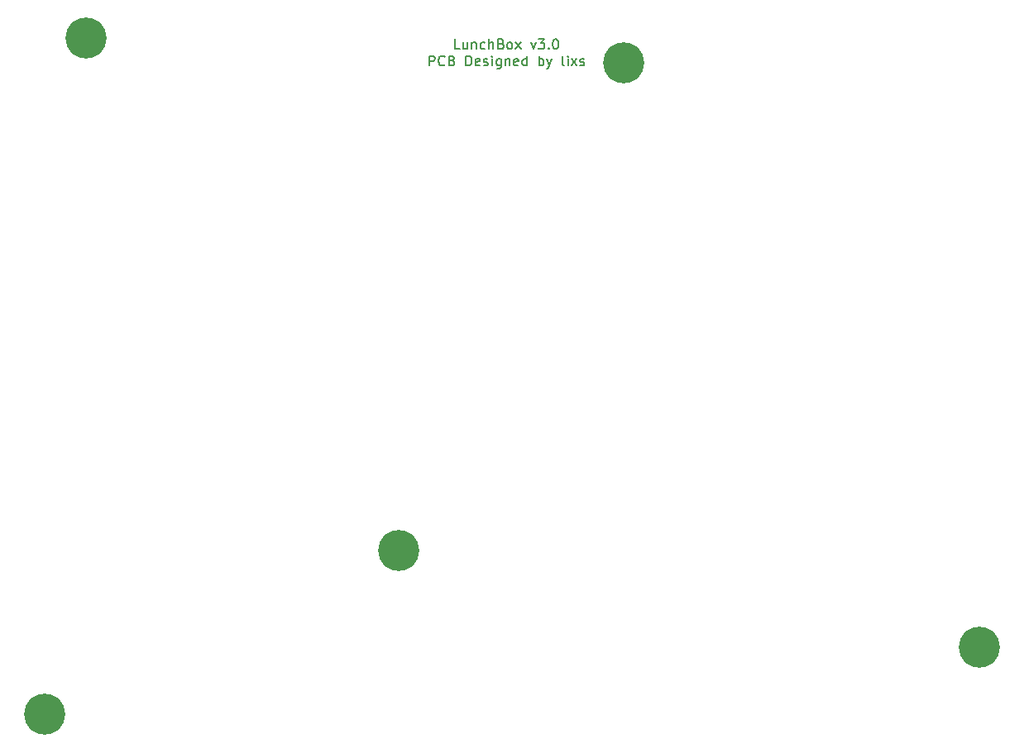
<source format=gbr>
%TF.GenerationSoftware,KiCad,Pcbnew,(5.1.0)-1*%
%TF.CreationDate,2021-02-23T00:40:23+09:00*%
%TF.ProjectId,topplate,746f7070-6c61-4746-952e-6b696361645f,rev?*%
%TF.SameCoordinates,Original*%
%TF.FileFunction,Soldermask,Top*%
%TF.FilePolarity,Negative*%
%FSLAX46Y46*%
G04 Gerber Fmt 4.6, Leading zero omitted, Abs format (unit mm)*
G04 Created by KiCad (PCBNEW (5.1.0)-1) date 2021-02-23 00:40:23*
%MOMM*%
%LPD*%
G04 APERTURE LIST*
%ADD10C,0.200000*%
%ADD11C,4.200000*%
G04 APERTURE END LIST*
D10*
X140214285Y-64602380D02*
X139738095Y-64602380D01*
X139738095Y-63602380D01*
X140976190Y-63935714D02*
X140976190Y-64602380D01*
X140547619Y-63935714D02*
X140547619Y-64459523D01*
X140595238Y-64554761D01*
X140690476Y-64602380D01*
X140833333Y-64602380D01*
X140928571Y-64554761D01*
X140976190Y-64507142D01*
X141452380Y-63935714D02*
X141452380Y-64602380D01*
X141452380Y-64030952D02*
X141500000Y-63983333D01*
X141595238Y-63935714D01*
X141738095Y-63935714D01*
X141833333Y-63983333D01*
X141880952Y-64078571D01*
X141880952Y-64602380D01*
X142785714Y-64554761D02*
X142690476Y-64602380D01*
X142500000Y-64602380D01*
X142404761Y-64554761D01*
X142357142Y-64507142D01*
X142309523Y-64411904D01*
X142309523Y-64126190D01*
X142357142Y-64030952D01*
X142404761Y-63983333D01*
X142500000Y-63935714D01*
X142690476Y-63935714D01*
X142785714Y-63983333D01*
X143214285Y-64602380D02*
X143214285Y-63602380D01*
X143642857Y-64602380D02*
X143642857Y-64078571D01*
X143595238Y-63983333D01*
X143500000Y-63935714D01*
X143357142Y-63935714D01*
X143261904Y-63983333D01*
X143214285Y-64030952D01*
X144452380Y-64078571D02*
X144595238Y-64126190D01*
X144642857Y-64173809D01*
X144690476Y-64269047D01*
X144690476Y-64411904D01*
X144642857Y-64507142D01*
X144595238Y-64554761D01*
X144500000Y-64602380D01*
X144119047Y-64602380D01*
X144119047Y-63602380D01*
X144452380Y-63602380D01*
X144547619Y-63650000D01*
X144595238Y-63697619D01*
X144642857Y-63792857D01*
X144642857Y-63888095D01*
X144595238Y-63983333D01*
X144547619Y-64030952D01*
X144452380Y-64078571D01*
X144119047Y-64078571D01*
X145261904Y-64602380D02*
X145166666Y-64554761D01*
X145119047Y-64507142D01*
X145071428Y-64411904D01*
X145071428Y-64126190D01*
X145119047Y-64030952D01*
X145166666Y-63983333D01*
X145261904Y-63935714D01*
X145404761Y-63935714D01*
X145500000Y-63983333D01*
X145547619Y-64030952D01*
X145595238Y-64126190D01*
X145595238Y-64411904D01*
X145547619Y-64507142D01*
X145500000Y-64554761D01*
X145404761Y-64602380D01*
X145261904Y-64602380D01*
X145928571Y-64602380D02*
X146452380Y-63935714D01*
X145928571Y-63935714D02*
X146452380Y-64602380D01*
X147500000Y-63935714D02*
X147738095Y-64602380D01*
X147976190Y-63935714D01*
X148261904Y-63602380D02*
X148880952Y-63602380D01*
X148547619Y-63983333D01*
X148690476Y-63983333D01*
X148785714Y-64030952D01*
X148833333Y-64078571D01*
X148880952Y-64173809D01*
X148880952Y-64411904D01*
X148833333Y-64507142D01*
X148785714Y-64554761D01*
X148690476Y-64602380D01*
X148404761Y-64602380D01*
X148309523Y-64554761D01*
X148261904Y-64507142D01*
X149309523Y-64507142D02*
X149357142Y-64554761D01*
X149309523Y-64602380D01*
X149261904Y-64554761D01*
X149309523Y-64507142D01*
X149309523Y-64602380D01*
X149976190Y-63602380D02*
X150071428Y-63602380D01*
X150166666Y-63650000D01*
X150214285Y-63697619D01*
X150261904Y-63792857D01*
X150309523Y-63983333D01*
X150309523Y-64221428D01*
X150261904Y-64411904D01*
X150214285Y-64507142D01*
X150166666Y-64554761D01*
X150071428Y-64602380D01*
X149976190Y-64602380D01*
X149880952Y-64554761D01*
X149833333Y-64507142D01*
X149785714Y-64411904D01*
X149738095Y-64221428D01*
X149738095Y-63983333D01*
X149785714Y-63792857D01*
X149833333Y-63697619D01*
X149880952Y-63650000D01*
X149976190Y-63602380D01*
X137095238Y-66302380D02*
X137095238Y-65302380D01*
X137476190Y-65302380D01*
X137571428Y-65350000D01*
X137619047Y-65397619D01*
X137666666Y-65492857D01*
X137666666Y-65635714D01*
X137619047Y-65730952D01*
X137571428Y-65778571D01*
X137476190Y-65826190D01*
X137095238Y-65826190D01*
X138666666Y-66207142D02*
X138619047Y-66254761D01*
X138476190Y-66302380D01*
X138380952Y-66302380D01*
X138238095Y-66254761D01*
X138142857Y-66159523D01*
X138095238Y-66064285D01*
X138047619Y-65873809D01*
X138047619Y-65730952D01*
X138095238Y-65540476D01*
X138142857Y-65445238D01*
X138238095Y-65350000D01*
X138380952Y-65302380D01*
X138476190Y-65302380D01*
X138619047Y-65350000D01*
X138666666Y-65397619D01*
X139428571Y-65778571D02*
X139571428Y-65826190D01*
X139619047Y-65873809D01*
X139666666Y-65969047D01*
X139666666Y-66111904D01*
X139619047Y-66207142D01*
X139571428Y-66254761D01*
X139476190Y-66302380D01*
X139095238Y-66302380D01*
X139095238Y-65302380D01*
X139428571Y-65302380D01*
X139523809Y-65350000D01*
X139571428Y-65397619D01*
X139619047Y-65492857D01*
X139619047Y-65588095D01*
X139571428Y-65683333D01*
X139523809Y-65730952D01*
X139428571Y-65778571D01*
X139095238Y-65778571D01*
X140857142Y-66302380D02*
X140857142Y-65302380D01*
X141095238Y-65302380D01*
X141238095Y-65350000D01*
X141333333Y-65445238D01*
X141380952Y-65540476D01*
X141428571Y-65730952D01*
X141428571Y-65873809D01*
X141380952Y-66064285D01*
X141333333Y-66159523D01*
X141238095Y-66254761D01*
X141095238Y-66302380D01*
X140857142Y-66302380D01*
X142238095Y-66254761D02*
X142142857Y-66302380D01*
X141952380Y-66302380D01*
X141857142Y-66254761D01*
X141809523Y-66159523D01*
X141809523Y-65778571D01*
X141857142Y-65683333D01*
X141952380Y-65635714D01*
X142142857Y-65635714D01*
X142238095Y-65683333D01*
X142285714Y-65778571D01*
X142285714Y-65873809D01*
X141809523Y-65969047D01*
X142666666Y-66254761D02*
X142761904Y-66302380D01*
X142952380Y-66302380D01*
X143047619Y-66254761D01*
X143095238Y-66159523D01*
X143095238Y-66111904D01*
X143047619Y-66016666D01*
X142952380Y-65969047D01*
X142809523Y-65969047D01*
X142714285Y-65921428D01*
X142666666Y-65826190D01*
X142666666Y-65778571D01*
X142714285Y-65683333D01*
X142809523Y-65635714D01*
X142952380Y-65635714D01*
X143047619Y-65683333D01*
X143523809Y-66302380D02*
X143523809Y-65635714D01*
X143523809Y-65302380D02*
X143476190Y-65350000D01*
X143523809Y-65397619D01*
X143571428Y-65350000D01*
X143523809Y-65302380D01*
X143523809Y-65397619D01*
X144428571Y-65635714D02*
X144428571Y-66445238D01*
X144380952Y-66540476D01*
X144333333Y-66588095D01*
X144238095Y-66635714D01*
X144095238Y-66635714D01*
X144000000Y-66588095D01*
X144428571Y-66254761D02*
X144333333Y-66302380D01*
X144142857Y-66302380D01*
X144047619Y-66254761D01*
X144000000Y-66207142D01*
X143952380Y-66111904D01*
X143952380Y-65826190D01*
X144000000Y-65730952D01*
X144047619Y-65683333D01*
X144142857Y-65635714D01*
X144333333Y-65635714D01*
X144428571Y-65683333D01*
X144904761Y-65635714D02*
X144904761Y-66302380D01*
X144904761Y-65730952D02*
X144952380Y-65683333D01*
X145047619Y-65635714D01*
X145190476Y-65635714D01*
X145285714Y-65683333D01*
X145333333Y-65778571D01*
X145333333Y-66302380D01*
X146190476Y-66254761D02*
X146095238Y-66302380D01*
X145904761Y-66302380D01*
X145809523Y-66254761D01*
X145761904Y-66159523D01*
X145761904Y-65778571D01*
X145809523Y-65683333D01*
X145904761Y-65635714D01*
X146095238Y-65635714D01*
X146190476Y-65683333D01*
X146238095Y-65778571D01*
X146238095Y-65873809D01*
X145761904Y-65969047D01*
X147095238Y-66302380D02*
X147095238Y-65302380D01*
X147095238Y-66254761D02*
X147000000Y-66302380D01*
X146809523Y-66302380D01*
X146714285Y-66254761D01*
X146666666Y-66207142D01*
X146619047Y-66111904D01*
X146619047Y-65826190D01*
X146666666Y-65730952D01*
X146714285Y-65683333D01*
X146809523Y-65635714D01*
X147000000Y-65635714D01*
X147095238Y-65683333D01*
X148333333Y-66302380D02*
X148333333Y-65302380D01*
X148333333Y-65683333D02*
X148428571Y-65635714D01*
X148619047Y-65635714D01*
X148714285Y-65683333D01*
X148761904Y-65730952D01*
X148809523Y-65826190D01*
X148809523Y-66111904D01*
X148761904Y-66207142D01*
X148714285Y-66254761D01*
X148619047Y-66302380D01*
X148428571Y-66302380D01*
X148333333Y-66254761D01*
X149142857Y-65635714D02*
X149380952Y-66302380D01*
X149619047Y-65635714D02*
X149380952Y-66302380D01*
X149285714Y-66540476D01*
X149238095Y-66588095D01*
X149142857Y-66635714D01*
X150904761Y-66302380D02*
X150809523Y-66254761D01*
X150761904Y-66159523D01*
X150761904Y-65302380D01*
X151285714Y-66302380D02*
X151285714Y-65635714D01*
X151285714Y-65302380D02*
X151238095Y-65350000D01*
X151285714Y-65397619D01*
X151333333Y-65350000D01*
X151285714Y-65302380D01*
X151285714Y-65397619D01*
X151666666Y-66302380D02*
X152190476Y-65635714D01*
X151666666Y-65635714D02*
X152190476Y-66302380D01*
X152523809Y-66254761D02*
X152619047Y-66302380D01*
X152809523Y-66302380D01*
X152904761Y-66254761D01*
X152952380Y-66159523D01*
X152952380Y-66111904D01*
X152904761Y-66016666D01*
X152809523Y-65969047D01*
X152666666Y-65969047D01*
X152571428Y-65921428D01*
X152523809Y-65826190D01*
X152523809Y-65778571D01*
X152571428Y-65683333D01*
X152666666Y-65635714D01*
X152809523Y-65635714D01*
X152904761Y-65683333D01*
D11*
%TO.C,H1*%
X97750000Y-132780000D03*
%TD*%
%TO.C,H1*%
X134000000Y-116000000D03*
%TD*%
%TO.C,H1*%
X157000000Y-66000000D03*
%TD*%
%TO.C,H1*%
X102000000Y-63500000D03*
%TD*%
%TO.C,H1*%
X193400000Y-125880000D03*
%TD*%
M02*

</source>
